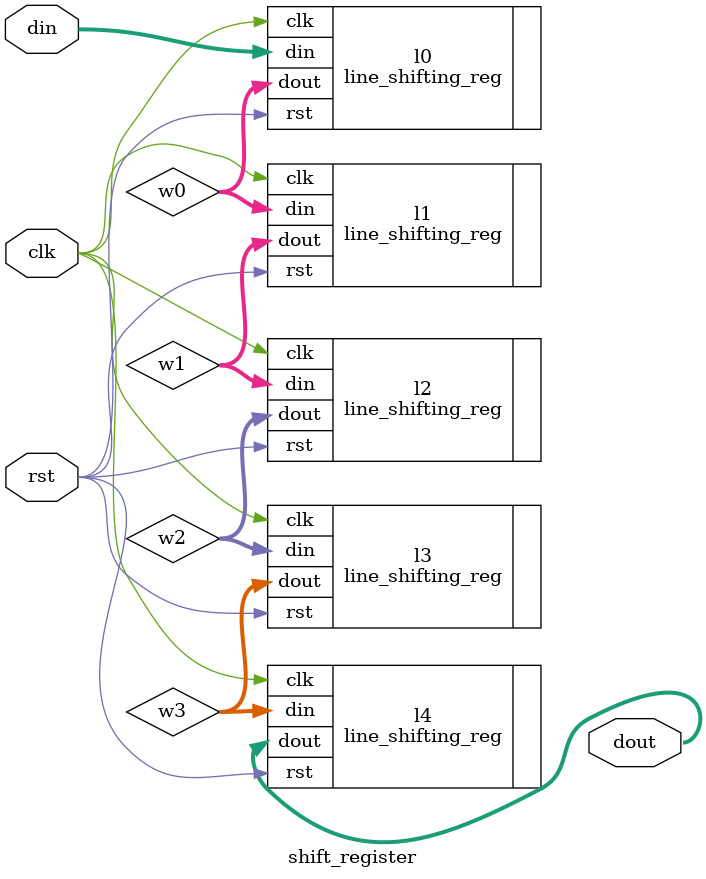
<source format=v>
`timescale 1ns / 1ps


module shift_register(clk,rst,din,dout);
    
    input [7:0] din;
    input clk;
    input rst;
    output [7:0] dout;
    
    wire [7:0] w0,w1,w2,w3;
    
    line_shifting_reg l0(
        .din(din),
        .dout(w0),
        .clk(clk),
        .rst(rst)
        );
    line_shifting_reg l1(
        .din(w0),
        .dout(w1),
        .clk(clk),
        .rst(rst)
        );
    line_shifting_reg l2(
        .din(w1),
        .dout(w2),
        .clk(clk),
        .rst(rst)
        );
    line_shifting_reg l3(
        .din(w2),
        .dout(w3),
        .clk(clk),
        .rst(rst)
        );
    line_shifting_reg l4(
        .din(w3),
        .dout(dout),
        .clk(clk),
        .rst(rst)
        );
endmodule

</source>
